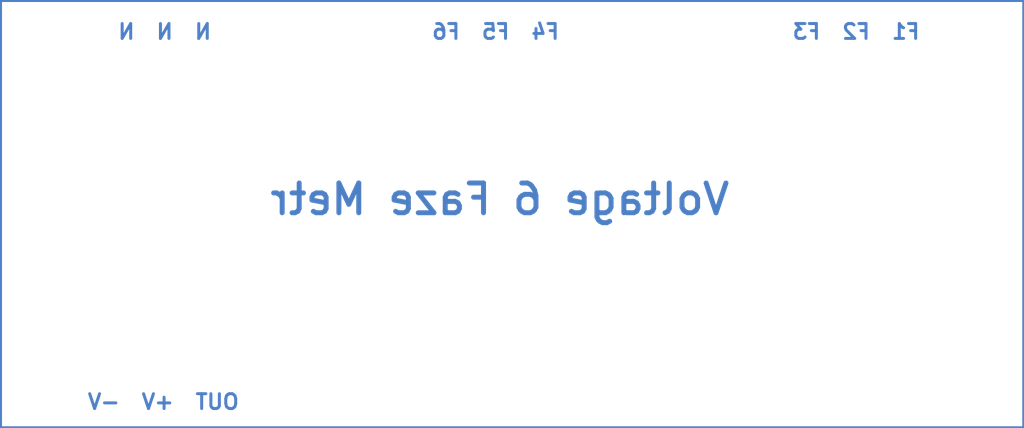
<source format=kicad_pcb>
(kicad_pcb (version 20221018) (generator pcbnew)

  (general
    (thickness 1.6)
  )

  (paper "A4")
  (layers
    (0 "F.Cu" signal)
    (31 "B.Cu" signal)
    (32 "B.Adhes" user "B.Adhesive")
    (33 "F.Adhes" user "F.Adhesive")
    (34 "B.Paste" user)
    (35 "F.Paste" user)
    (36 "B.SilkS" user "B.Silkscreen")
    (37 "F.SilkS" user "F.Silkscreen")
    (38 "B.Mask" user)
    (39 "F.Mask" user)
    (40 "Dwgs.User" user "User.Drawings")
    (41 "Cmts.User" user "User.Comments")
    (42 "Eco1.User" user "User.Eco1")
    (43 "Eco2.User" user "User.Eco2")
    (44 "Edge.Cuts" user)
    (45 "Margin" user)
    (46 "B.CrtYd" user "B.Courtyard")
    (47 "F.CrtYd" user "F.Courtyard")
    (48 "B.Fab" user)
    (49 "F.Fab" user)
    (50 "User.1" user)
    (51 "User.2" user)
    (52 "User.3" user)
    (53 "User.4" user)
    (54 "User.5" user)
    (55 "User.6" user)
    (56 "User.7" user)
    (57 "User.8" user)
    (58 "User.9" user)
  )

  (setup
    (pad_to_mask_clearance 0)
    (pcbplotparams
      (layerselection 0x00010fc_ffffffff)
      (plot_on_all_layers_selection 0x0000000_00000000)
      (disableapertmacros false)
      (usegerberextensions false)
      (usegerberattributes true)
      (usegerberadvancedattributes true)
      (creategerberjobfile true)
      (dashed_line_dash_ratio 12.000000)
      (dashed_line_gap_ratio 3.000000)
      (svgprecision 4)
      (plotframeref false)
      (viasonmask false)
      (mode 1)
      (useauxorigin false)
      (hpglpennumber 1)
      (hpglpenspeed 20)
      (hpglpendiameter 15.000000)
      (dxfpolygonmode true)
      (dxfimperialunits true)
      (dxfusepcbnewfont true)
      (psnegative false)
      (psa4output false)
      (plotreference true)
      (plotvalue true)
      (plotinvisibletext false)
      (sketchpadsonfab false)
      (subtractmaskfromsilk false)
      (outputformat 1)
      (mirror false)
      (drillshape 1)
      (scaleselection 1)
      (outputdirectory "")
    )
  )

  (net 0 "")

  (gr_rect (start 38.986 74.078) (end 141.986 31.078)
    (stroke (width 0.2) (type default)) (fill none) (layer "B.Cu") (tstamp 78b2c76a-1ef7-4d86-b4f1-87d73d1ca72e))
  (gr_text "N  N  N" (at 60.322 35.052) (layer "B.Cu") (tstamp 34758e33-f15f-4e8e-a67a-53c764aaf5f7)
    (effects (font (size 1.5 1.5) (thickness 0.3) bold) (justify left bottom mirror))
  )
  (gr_text "F1  F2  F3" (at 131.696 35.052) (layer "B.Cu") (tstamp 4c2b84fb-a751-41da-b4ac-5111416527d3)
    (effects (font (size 1.5 1.5) (thickness 0.3) bold) (justify left bottom mirror))
  )
  (gr_text "Voltage 6 Faze Metr" (at 112.646 52.832) (layer "B.Cu") (tstamp 61a80463-4b0b-4ff7-b7d1-7b483fc88d94)
    (effects (font (size 3 3) (thickness 0.5) bold) (justify left bottom mirror))
  )
  (gr_text "OUT  +V  -V" (at 63.116 72.39) (layer "B.Cu") (tstamp c6cccbf5-2a60-4183-862a-f42d8620abd6)
    (effects (font (size 1.5 1.5) (thickness 0.3) bold) (justify left bottom mirror))
  )
  (gr_text "F4  F5  F6" (at 95.374 35.052) (layer "B.Cu") (tstamp de69f994-02ba-49c7-a641-7bc3a54d7b8f)
    (effects (font (size 1.5 1.5) (thickness 0.3) bold) (justify left bottom mirror))
  )

)

</source>
